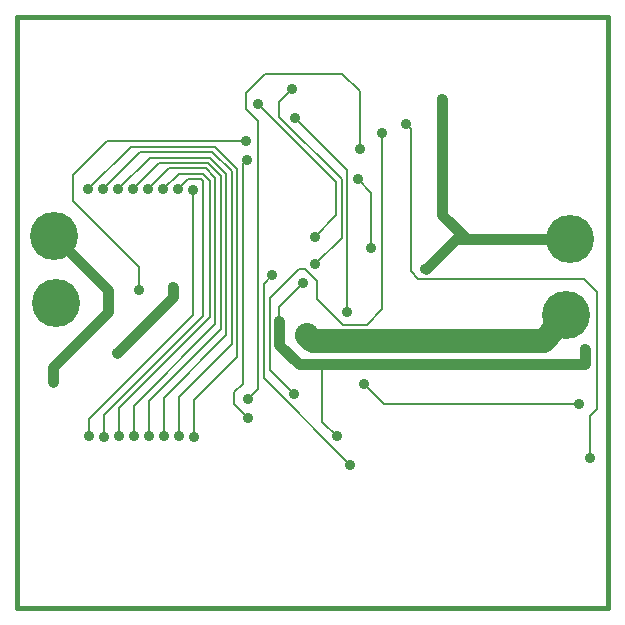
<source format=gbl>
G04 (created by PCBNEW-RS274X (2012-01-19 BZR 3256)-stable) date 2/6/2013 4:14:27 PM*
G01*
G70*
G90*
%MOIN*%
G04 Gerber Fmt 3.4, Leading zero omitted, Abs format*
%FSLAX34Y34*%
G04 APERTURE LIST*
%ADD10C,0.006000*%
%ADD11C,0.015000*%
%ADD12C,0.160000*%
%ADD13C,0.080000*%
%ADD14C,0.035000*%
%ADD15C,0.078700*%
%ADD16C,0.030000*%
%ADD17C,0.008000*%
%ADD18C,0.035000*%
G04 APERTURE END LIST*
G54D10*
G54D11*
X23811Y-09433D02*
X23815Y-09437D01*
X23811Y-29118D02*
X23811Y-09433D01*
X43496Y-29118D02*
X23811Y-29118D01*
X43496Y-09433D02*
X43496Y-29118D01*
X23811Y-09433D02*
X43496Y-09433D01*
G54D12*
X25039Y-16728D03*
X42224Y-16807D03*
X42098Y-19343D03*
X25091Y-18969D03*
G54D13*
X33480Y-20039D03*
G54D14*
X35618Y-17110D03*
X35161Y-14823D03*
X34921Y-24358D03*
X32319Y-18031D03*
X26839Y-19268D03*
X37982Y-12168D03*
X37400Y-17827D03*
X25008Y-21587D03*
X26206Y-23403D03*
X29661Y-15183D03*
X27862Y-18520D03*
X31453Y-13559D03*
X28992Y-18433D03*
X27130Y-20610D03*
X42724Y-20480D03*
X34461Y-23386D03*
X32555Y-19555D03*
X33343Y-18295D03*
X33740Y-16752D03*
X31850Y-12319D03*
X29188Y-15156D03*
X26705Y-23406D03*
X35988Y-13299D03*
X33031Y-21988D03*
X31512Y-22154D03*
X35224Y-13819D03*
X33752Y-17669D03*
X32988Y-11831D03*
X29720Y-23413D03*
X26188Y-15156D03*
X26688Y-15156D03*
X29206Y-23403D03*
X27188Y-15156D03*
X28709Y-23382D03*
X28206Y-23403D03*
X27688Y-15156D03*
X27701Y-23382D03*
X28188Y-15156D03*
X28688Y-15156D03*
X27206Y-23403D03*
X42539Y-22331D03*
X35362Y-21646D03*
X33067Y-12783D03*
X34807Y-19272D03*
X31520Y-22783D03*
X31469Y-14189D03*
X36772Y-13000D03*
X42902Y-24130D03*
G54D15*
X41389Y-20228D02*
X42098Y-19343D01*
X33669Y-20228D02*
X41389Y-20228D01*
X33484Y-20043D02*
X33669Y-20228D01*
G54D16*
X33484Y-20043D02*
X33480Y-20039D01*
G54D17*
X35161Y-14823D02*
X35618Y-15280D01*
X35618Y-15280D02*
X35618Y-17110D01*
X34921Y-24358D02*
X32025Y-21462D01*
X32025Y-21462D02*
X32025Y-18325D01*
X32025Y-18325D02*
X32319Y-18031D01*
G54D18*
X37982Y-16022D02*
X37982Y-12168D01*
X38911Y-16831D02*
X38791Y-16831D01*
X38791Y-16831D02*
X37982Y-16022D01*
X25008Y-21099D02*
X26839Y-19268D01*
X38791Y-16831D02*
X38437Y-16831D01*
X37441Y-17827D02*
X38437Y-16831D01*
G54D17*
X37441Y-17827D02*
X37400Y-17827D01*
G54D18*
X38911Y-16831D02*
X42224Y-16807D01*
X26839Y-19268D02*
X26839Y-18528D01*
X25008Y-21587D02*
X25008Y-21099D01*
X26839Y-18528D02*
X25039Y-16728D01*
G54D17*
X26197Y-22807D02*
X26197Y-23406D01*
X26206Y-23403D02*
X26203Y-23406D01*
X29661Y-15183D02*
X29688Y-15156D01*
X26197Y-23406D02*
X26197Y-23453D01*
X29661Y-19343D02*
X26197Y-22807D01*
X29661Y-15183D02*
X29661Y-19343D01*
X26203Y-23406D02*
X26197Y-23406D01*
X26813Y-13561D02*
X25669Y-14705D01*
X31453Y-13559D02*
X31419Y-13561D01*
X26813Y-13561D02*
X31419Y-13561D01*
X27862Y-17747D02*
X27862Y-18520D01*
X25669Y-14705D02*
X25669Y-15554D01*
X31453Y-13559D02*
X31419Y-13561D01*
X25669Y-15554D02*
X27862Y-17747D01*
G54D18*
X28992Y-18748D02*
X28992Y-18433D01*
X27130Y-20610D02*
X28992Y-18748D01*
G54D17*
X33984Y-20988D02*
X33984Y-22909D01*
G54D18*
X33196Y-20988D02*
X33984Y-20988D01*
G54D17*
X34454Y-23378D02*
X34461Y-23386D01*
X33984Y-22909D02*
X34461Y-23386D01*
G54D18*
X42725Y-20976D02*
X42724Y-20480D01*
X32555Y-19555D02*
X32555Y-20347D01*
G54D17*
X32555Y-19083D02*
X32555Y-19555D01*
G54D18*
X33984Y-20988D02*
X42725Y-20976D01*
X32555Y-20347D02*
X33196Y-20988D01*
G54D17*
X33343Y-18295D02*
X32555Y-19083D01*
X34455Y-14924D02*
X34455Y-16037D01*
X31850Y-12319D02*
X34455Y-14924D01*
X34455Y-16037D02*
X33740Y-16752D01*
X30012Y-14905D02*
X30012Y-19398D01*
X30012Y-19398D02*
X26705Y-22705D01*
X26705Y-22705D02*
X26705Y-23406D01*
X29509Y-14835D02*
X29942Y-14835D01*
X29509Y-14835D02*
X29188Y-15156D01*
X26705Y-23406D02*
X26705Y-23453D01*
X29942Y-14835D02*
X30012Y-14905D01*
X35988Y-19169D02*
X35465Y-19692D01*
X34668Y-19692D02*
X33791Y-18815D01*
X35465Y-19692D02*
X34668Y-19692D01*
X33212Y-17819D02*
X32228Y-18803D01*
X33791Y-18208D02*
X33402Y-17819D01*
X32228Y-18803D02*
X32228Y-21185D01*
X33402Y-17819D02*
X33212Y-17819D01*
X33791Y-18815D02*
X33791Y-18208D01*
X32228Y-21185D02*
X33031Y-21988D01*
X35988Y-13299D02*
X35988Y-19169D01*
X31449Y-12489D02*
X31449Y-11941D01*
X31514Y-22152D02*
X31512Y-22154D01*
X31449Y-11941D02*
X32079Y-11311D01*
X31512Y-22154D02*
X31514Y-22152D01*
X31512Y-22154D02*
X31843Y-21823D01*
X34641Y-11311D02*
X35224Y-11894D01*
X31843Y-21823D02*
X31843Y-12883D01*
X32079Y-11311D02*
X34641Y-11311D01*
X31843Y-12883D02*
X31449Y-12489D01*
X35224Y-11894D02*
X35224Y-13819D01*
X34637Y-14826D02*
X34637Y-16784D01*
X32551Y-12740D02*
X34637Y-14826D01*
X32551Y-12268D02*
X32551Y-12740D01*
X34637Y-16784D02*
X33752Y-17669D01*
X32988Y-11831D02*
X32551Y-12268D01*
X31151Y-14496D02*
X31151Y-20757D01*
X30398Y-13743D02*
X31151Y-14496D01*
X27601Y-13743D02*
X30398Y-13743D01*
X29720Y-22188D02*
X29720Y-23413D01*
X31151Y-20757D02*
X29720Y-22188D01*
X26188Y-15156D02*
X27601Y-13743D01*
X29193Y-22079D02*
X29197Y-23413D01*
X27919Y-13925D02*
X30322Y-13925D01*
X30969Y-14572D02*
X30965Y-20307D01*
X27919Y-13925D02*
X26688Y-15156D01*
X29197Y-23413D02*
X29197Y-23406D01*
X29197Y-23413D02*
X29197Y-23413D01*
X30322Y-13925D02*
X30969Y-14572D01*
X30965Y-20307D02*
X29193Y-22079D01*
X29203Y-23406D02*
X29206Y-23403D01*
X29203Y-23406D02*
X29197Y-23406D01*
X28701Y-22115D02*
X28709Y-23425D01*
X30246Y-14107D02*
X30787Y-14648D01*
X27188Y-15156D02*
X28237Y-14107D01*
X30787Y-14648D02*
X30779Y-20037D01*
X28709Y-23425D02*
X28709Y-23382D01*
X30779Y-20037D02*
X28701Y-22115D01*
X28709Y-23425D02*
X28709Y-23425D01*
X28237Y-14107D02*
X30246Y-14107D01*
X28555Y-14289D02*
X30170Y-14289D01*
X30605Y-14724D02*
X30597Y-19836D01*
X28205Y-23402D02*
X28206Y-23403D01*
X30597Y-19836D02*
X28197Y-22236D01*
X30170Y-14289D02*
X30605Y-14724D01*
X27688Y-15156D02*
X28555Y-14289D01*
X28197Y-22236D02*
X28205Y-23402D01*
X28188Y-15156D02*
X28873Y-14471D01*
X28873Y-14471D02*
X30094Y-14471D01*
X30094Y-14471D02*
X30423Y-14800D01*
X30423Y-14800D02*
X30415Y-19656D01*
X27693Y-22378D02*
X27701Y-23382D01*
X30415Y-19656D02*
X27693Y-22378D01*
X30233Y-19435D02*
X27201Y-22467D01*
X27201Y-22467D02*
X27209Y-23398D01*
X30018Y-14653D02*
X30241Y-14876D01*
X30241Y-14876D02*
X30233Y-19435D01*
X27209Y-23400D02*
X27209Y-23398D01*
X29191Y-14653D02*
X30018Y-14653D01*
X28688Y-15156D02*
X29191Y-14653D01*
X27206Y-23403D02*
X27209Y-23400D01*
X35362Y-21646D02*
X36047Y-22331D01*
X36047Y-22331D02*
X42539Y-22331D01*
X33067Y-12783D02*
X34819Y-14535D01*
X34819Y-19260D02*
X34807Y-19272D01*
X34819Y-14535D02*
X34819Y-19260D01*
X31469Y-14189D02*
X31333Y-14325D01*
X31333Y-14325D02*
X31333Y-21647D01*
X31333Y-21647D02*
X31051Y-21929D01*
X31051Y-21929D02*
X31051Y-22314D01*
X31051Y-22314D02*
X31520Y-22783D01*
X42902Y-22732D02*
X42902Y-24130D01*
X43150Y-22484D02*
X42902Y-22732D01*
X43150Y-18599D02*
X43150Y-22484D01*
X42701Y-18150D02*
X43150Y-18599D01*
X37170Y-18150D02*
X42701Y-18150D01*
X36925Y-17905D02*
X37170Y-18150D01*
X36925Y-13153D02*
X36925Y-17905D01*
X36772Y-13000D02*
X36925Y-13153D01*
M02*

</source>
